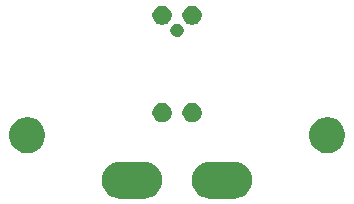
<source format=gbr>
G04 #@! TF.GenerationSoftware,KiCad,Pcbnew,(5.1.2)-2*
G04 #@! TF.CreationDate,2019-10-20T17:57:35-05:00*
G04 #@! TF.ProjectId,LaserDiode_Breakout_Hardware,4c617365-7244-4696-9f64-655f42726561,rev?*
G04 #@! TF.SameCoordinates,Original*
G04 #@! TF.FileFunction,Soldermask,Top*
G04 #@! TF.FilePolarity,Negative*
%FSLAX46Y46*%
G04 Gerber Fmt 4.6, Leading zero omitted, Abs format (unit mm)*
G04 Created by KiCad (PCBNEW (5.1.2)-2) date 2019-10-20 17:57:35*
%MOMM*%
%LPD*%
G04 APERTURE LIST*
%ADD10C,0.100000*%
G04 APERTURE END LIST*
D10*
G36*
X-730367856Y105683518D02*
G01*
X-730215950Y105668557D01*
X-729923586Y105579869D01*
X-729923583Y105579868D01*
X-729654142Y105435849D01*
X-729417971Y105242028D01*
X-729224150Y105005857D01*
X-729080131Y104736416D01*
X-729080130Y104736413D01*
X-728991442Y104444049D01*
X-728961496Y104140000D01*
X-728991442Y103835951D01*
X-729080130Y103543587D01*
X-729080131Y103543584D01*
X-729224150Y103274143D01*
X-729417971Y103037972D01*
X-729654142Y102844151D01*
X-729923583Y102700132D01*
X-729923586Y102700131D01*
X-730215950Y102611443D01*
X-730367856Y102596482D01*
X-730443808Y102589001D01*
X-732596192Y102589001D01*
X-732672144Y102596482D01*
X-732824050Y102611443D01*
X-733116414Y102700131D01*
X-733116417Y102700132D01*
X-733385858Y102844151D01*
X-733622029Y103037972D01*
X-733815850Y103274143D01*
X-733959869Y103543584D01*
X-733959870Y103543587D01*
X-734048558Y103835951D01*
X-734078504Y104140000D01*
X-734048558Y104444049D01*
X-733959870Y104736413D01*
X-733959869Y104736416D01*
X-733815850Y105005857D01*
X-733622029Y105242028D01*
X-733385858Y105435849D01*
X-733116417Y105579868D01*
X-733116414Y105579869D01*
X-732824050Y105668557D01*
X-732672144Y105683518D01*
X-732596192Y105690999D01*
X-730443808Y105690999D01*
X-730367856Y105683518D01*
X-730367856Y105683518D01*
G37*
G36*
X-722747856Y105683518D02*
G01*
X-722595950Y105668557D01*
X-722303586Y105579869D01*
X-722303583Y105579868D01*
X-722034142Y105435849D01*
X-721797971Y105242028D01*
X-721604150Y105005857D01*
X-721460131Y104736416D01*
X-721460130Y104736413D01*
X-721371442Y104444049D01*
X-721341496Y104140000D01*
X-721371442Y103835951D01*
X-721460130Y103543587D01*
X-721460131Y103543584D01*
X-721604150Y103274143D01*
X-721797971Y103037972D01*
X-722034142Y102844151D01*
X-722303583Y102700132D01*
X-722303586Y102700131D01*
X-722595950Y102611443D01*
X-722747856Y102596482D01*
X-722823808Y102589001D01*
X-724976192Y102589001D01*
X-725052144Y102596482D01*
X-725204050Y102611443D01*
X-725496414Y102700131D01*
X-725496417Y102700132D01*
X-725765858Y102844151D01*
X-726002029Y103037972D01*
X-726195850Y103274143D01*
X-726339869Y103543584D01*
X-726339870Y103543587D01*
X-726428558Y103835951D01*
X-726458504Y104140000D01*
X-726428558Y104444049D01*
X-726339870Y104736413D01*
X-726339869Y104736416D01*
X-726195850Y105005857D01*
X-726002029Y105242028D01*
X-725765858Y105435849D01*
X-725496417Y105579868D01*
X-725496414Y105579869D01*
X-725204050Y105668557D01*
X-725052144Y105683518D01*
X-724976192Y105690999D01*
X-722823808Y105690999D01*
X-722747856Y105683518D01*
X-722747856Y105683518D01*
G37*
G36*
X-740112643Y109444913D02*
G01*
X-739965407Y109415626D01*
X-739688021Y109300729D01*
X-739438379Y109133923D01*
X-739226077Y108921621D01*
X-739059271Y108671979D01*
X-738944374Y108394593D01*
X-738885800Y108100121D01*
X-738885800Y107799879D01*
X-738944374Y107505407D01*
X-739059271Y107228021D01*
X-739226077Y106978379D01*
X-739438379Y106766077D01*
X-739688021Y106599271D01*
X-739965407Y106484374D01*
X-740112643Y106455087D01*
X-740259878Y106425800D01*
X-740560122Y106425800D01*
X-740707357Y106455087D01*
X-740854593Y106484374D01*
X-741131979Y106599271D01*
X-741381621Y106766077D01*
X-741593923Y106978379D01*
X-741760729Y107228021D01*
X-741875626Y107505407D01*
X-741934200Y107799879D01*
X-741934200Y108100121D01*
X-741875626Y108394593D01*
X-741760729Y108671979D01*
X-741593923Y108921621D01*
X-741381621Y109133923D01*
X-741131979Y109300729D01*
X-740854593Y109415626D01*
X-740707357Y109444913D01*
X-740560122Y109474200D01*
X-740259878Y109474200D01*
X-740112643Y109444913D01*
X-740112643Y109444913D01*
G37*
G36*
X-714712643Y109444913D02*
G01*
X-714565407Y109415626D01*
X-714288021Y109300729D01*
X-714038379Y109133923D01*
X-713826077Y108921621D01*
X-713659271Y108671979D01*
X-713544374Y108394593D01*
X-713485800Y108100121D01*
X-713485800Y107799879D01*
X-713544374Y107505407D01*
X-713659271Y107228021D01*
X-713826077Y106978379D01*
X-714038379Y106766077D01*
X-714288021Y106599271D01*
X-714565407Y106484374D01*
X-714712643Y106455087D01*
X-714859878Y106425800D01*
X-715160122Y106425800D01*
X-715307357Y106455087D01*
X-715454593Y106484374D01*
X-715731979Y106599271D01*
X-715981621Y106766077D01*
X-716193923Y106978379D01*
X-716360729Y107228021D01*
X-716475626Y107505407D01*
X-716534200Y107799879D01*
X-716534200Y108100121D01*
X-716475626Y108394593D01*
X-716360729Y108671979D01*
X-716193923Y108921621D01*
X-715981621Y109133923D01*
X-715731979Y109300729D01*
X-715454593Y109415626D01*
X-715307357Y109444913D01*
X-715160122Y109474200D01*
X-714859878Y109474200D01*
X-714712643Y109444913D01*
X-714712643Y109444913D01*
G37*
G36*
X-726202858Y110648309D02*
G01*
X-726054899Y110587022D01*
X-725921745Y110498052D01*
X-725808499Y110384806D01*
X-725719529Y110251652D01*
X-725658242Y110103693D01*
X-725627000Y109946626D01*
X-725627000Y109786476D01*
X-725658242Y109629409D01*
X-725719529Y109481450D01*
X-725808499Y109348296D01*
X-725921745Y109235050D01*
X-726054899Y109146080D01*
X-726202858Y109084793D01*
X-726359925Y109053551D01*
X-726520075Y109053551D01*
X-726677142Y109084793D01*
X-726825101Y109146080D01*
X-726958255Y109235050D01*
X-727071501Y109348296D01*
X-727160471Y109481450D01*
X-727221758Y109629409D01*
X-727253000Y109786476D01*
X-727253000Y109946626D01*
X-727221758Y110103693D01*
X-727160471Y110251652D01*
X-727071501Y110384806D01*
X-726958255Y110498052D01*
X-726825101Y110587022D01*
X-726677142Y110648309D01*
X-726520075Y110679551D01*
X-726359925Y110679551D01*
X-726202858Y110648309D01*
X-726202858Y110648309D01*
G37*
G36*
X-728742858Y110648309D02*
G01*
X-728594899Y110587022D01*
X-728461745Y110498052D01*
X-728348499Y110384806D01*
X-728259529Y110251652D01*
X-728198242Y110103693D01*
X-728167000Y109946626D01*
X-728167000Y109786476D01*
X-728198242Y109629409D01*
X-728259529Y109481450D01*
X-728348499Y109348296D01*
X-728461745Y109235050D01*
X-728594899Y109146080D01*
X-728742858Y109084793D01*
X-728899925Y109053551D01*
X-729060075Y109053551D01*
X-729217142Y109084793D01*
X-729365101Y109146080D01*
X-729498255Y109235050D01*
X-729611501Y109348296D01*
X-729700471Y109481450D01*
X-729761758Y109629409D01*
X-729793000Y109786476D01*
X-729793000Y109946626D01*
X-729761758Y110103693D01*
X-729700471Y110251652D01*
X-729611501Y110384806D01*
X-729498255Y110498052D01*
X-729365101Y110587022D01*
X-729217142Y110648309D01*
X-729060075Y110679551D01*
X-728899925Y110679551D01*
X-728742858Y110648309D01*
X-728742858Y110648309D01*
G37*
G36*
X-727546949Y117377520D02*
G01*
X-727496080Y117356449D01*
X-727445214Y117335380D01*
X-727353658Y117274204D01*
X-727275796Y117196342D01*
X-727214620Y117104786D01*
X-727193551Y117053920D01*
X-727172480Y117003051D01*
X-727151000Y116895059D01*
X-727151000Y116784941D01*
X-727172480Y116676949D01*
X-727193551Y116626080D01*
X-727214620Y116575214D01*
X-727275796Y116483658D01*
X-727353658Y116405796D01*
X-727445214Y116344620D01*
X-727496080Y116323551D01*
X-727546949Y116302480D01*
X-727654941Y116281000D01*
X-727765059Y116281000D01*
X-727873051Y116302480D01*
X-727923920Y116323551D01*
X-727974786Y116344620D01*
X-728066342Y116405796D01*
X-728144204Y116483658D01*
X-728205380Y116575214D01*
X-728226449Y116626080D01*
X-728247520Y116676949D01*
X-728269000Y116784941D01*
X-728269000Y116895059D01*
X-728247520Y117003051D01*
X-728226449Y117053920D01*
X-728205380Y117104786D01*
X-728144204Y117196342D01*
X-728066342Y117274204D01*
X-727974786Y117335380D01*
X-727923920Y117356449D01*
X-727873051Y117377520D01*
X-727765059Y117399000D01*
X-727654941Y117399000D01*
X-727546949Y117377520D01*
X-727546949Y117377520D01*
G37*
G36*
X-726202858Y118891758D02*
G01*
X-726054899Y118830471D01*
X-725921745Y118741501D01*
X-725808499Y118628255D01*
X-725719529Y118495101D01*
X-725658242Y118347142D01*
X-725627000Y118190075D01*
X-725627000Y118029925D01*
X-725658242Y117872858D01*
X-725719529Y117724899D01*
X-725808499Y117591745D01*
X-725921745Y117478499D01*
X-726054899Y117389529D01*
X-726202858Y117328242D01*
X-726359925Y117297000D01*
X-726520075Y117297000D01*
X-726677142Y117328242D01*
X-726825101Y117389529D01*
X-726958255Y117478499D01*
X-727071501Y117591745D01*
X-727160471Y117724899D01*
X-727221758Y117872858D01*
X-727253000Y118029925D01*
X-727253000Y118190075D01*
X-727221758Y118347142D01*
X-727160471Y118495101D01*
X-727071501Y118628255D01*
X-726958255Y118741501D01*
X-726825101Y118830471D01*
X-726677142Y118891758D01*
X-726520075Y118923000D01*
X-726359925Y118923000D01*
X-726202858Y118891758D01*
X-726202858Y118891758D01*
G37*
G36*
X-728742858Y118891758D02*
G01*
X-728594899Y118830471D01*
X-728461745Y118741501D01*
X-728348499Y118628255D01*
X-728259529Y118495101D01*
X-728198242Y118347142D01*
X-728167000Y118190075D01*
X-728167000Y118029925D01*
X-728198242Y117872858D01*
X-728259529Y117724899D01*
X-728348499Y117591745D01*
X-728461745Y117478499D01*
X-728594899Y117389529D01*
X-728742858Y117328242D01*
X-728899925Y117297000D01*
X-729060075Y117297000D01*
X-729217142Y117328242D01*
X-729365101Y117389529D01*
X-729498255Y117478499D01*
X-729611501Y117591745D01*
X-729700471Y117724899D01*
X-729761758Y117872858D01*
X-729793000Y118029925D01*
X-729793000Y118190075D01*
X-729761758Y118347142D01*
X-729700471Y118495101D01*
X-729611501Y118628255D01*
X-729498255Y118741501D01*
X-729365101Y118830471D01*
X-729217142Y118891758D01*
X-729060075Y118923000D01*
X-728899925Y118923000D01*
X-728742858Y118891758D01*
X-728742858Y118891758D01*
G37*
M02*

</source>
